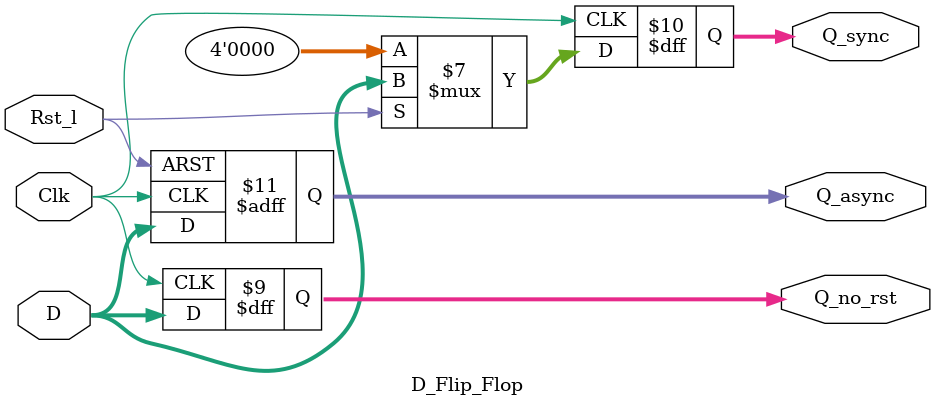
<source format=sv>

module D_Flip_Flop(Clk, Rst_l, D, Q_no_rst, Q_sync, Q_async);

  // Port declarations
  input logic [3:0] D;          // 4-bit data input
  input logic Clk;              // Clock input
  input logic Rst_l;            // Active-low reset input
  output logic [3:0] Q_no_rst;  // 4-bit data output without reset
  output logic [3:0] Q_sync;    // 4-bit data output with synchronous reset
  output logic [3:0] Q_async;   // 4-bit data output with asynchronous reset

  // Always block triggered on the positive edge of the clock signal or the negative edge of Rst_l
  // This block implements an asynchronous reset
  always_ff @(posedge Clk or negedge Rst_l) begin
    if (~Rst_l)
      Q_async <= 4'h0; // If reset is active (low), set Q_async to 0 (asynchronous reset)
    else
      Q_async <= D;    // Otherwise, transfer the value of D to Q_async
  end

  // Always block triggered on the positive edge of the clock signal
  // This block implements a synchronous reset
  always_ff @(posedge Clk) begin
    if (~Rst_l)
      Q_sync <= 4'h0; // If reset is active (low), set Q_sync to 0 (synchronous reset)
    else
      Q_sync <= D;    // Otherwise, transfer the value of D to Q_sync
  end

  // Always block triggered on the positive edge of the clock signal
  // This block does not have a reset
  always_ff @(posedge Clk) begin
    Q_no_rst <= D;    // Transfer the value of D to Q_no_rst on every positive clock edge
  end

endmodule

</source>
